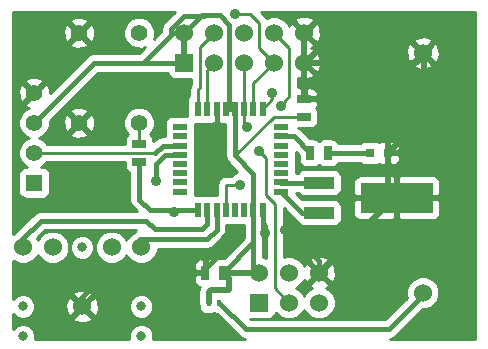
<source format=gtl>
G04 (created by PCBNEW (2013-04-19 BZR 4011)-stable) date 6/9/2013 6:15:15 PM*
%MOIN*%
G04 Gerber Fmt 3.4, Leading zero omitted, Abs format*
%FSLAX34Y34*%
G01*
G70*
G90*
G04 APERTURE LIST*
%ADD10C,0.006*%
%ADD11R,0.055X0.055*%
%ADD12C,0.055*%
%ADD13R,0.06X0.06*%
%ADD14C,0.06*%
%ADD15R,0.045X0.025*%
%ADD16R,0.025X0.045*%
%ADD17R,0.0314X0.0314*%
%ADD18R,0.099X0.04*%
%ADD19R,0.24X0.099*%
%ADD20R,0.0157X0.0236*%
%ADD21R,0.022X0.05*%
%ADD22R,0.05X0.022*%
%ADD23C,0.0314961*%
%ADD24C,0.035*%
%ADD25C,0.01*%
%ADD26C,0.015*%
%ADD27C,0.02*%
G04 APERTURE END LIST*
G54D10*
G54D11*
X72000Y-44000D03*
G54D12*
X72000Y-43000D03*
X72000Y-42000D03*
X72000Y-41000D03*
G54D13*
X77000Y-40000D03*
G54D14*
X77000Y-39000D03*
X78000Y-40000D03*
X78000Y-39000D03*
X79000Y-40000D03*
X79000Y-39000D03*
X80000Y-40000D03*
X80000Y-39000D03*
X81000Y-40000D03*
X81000Y-39000D03*
G54D13*
X79500Y-48000D03*
G54D14*
X79500Y-47000D03*
X80500Y-48000D03*
X80500Y-47000D03*
X81500Y-48000D03*
X81500Y-47000D03*
G54D15*
X75500Y-42700D03*
X75500Y-43300D03*
G54D12*
X73500Y-39000D03*
X75500Y-39000D03*
X73500Y-42000D03*
X75500Y-42000D03*
G54D16*
X81200Y-43000D03*
X81800Y-43000D03*
G54D17*
X83205Y-43000D03*
X83795Y-43000D03*
G54D18*
X81505Y-44000D03*
X81505Y-45000D03*
G54D19*
X84090Y-44500D03*
G54D16*
X78300Y-47000D03*
X77700Y-47000D03*
G54D15*
X81000Y-41800D03*
X81000Y-41200D03*
G54D14*
X84960Y-39672D03*
X84960Y-47664D03*
G54D20*
X77823Y-48000D03*
X78177Y-48000D03*
G54D21*
X77460Y-44910D03*
X77770Y-44910D03*
X78080Y-44910D03*
X78390Y-44910D03*
X78690Y-44910D03*
X79000Y-44910D03*
X79310Y-44910D03*
X79620Y-44910D03*
G54D22*
X80230Y-44300D03*
X80230Y-43990D03*
X80230Y-43680D03*
X80230Y-43370D03*
X80230Y-43070D03*
X80230Y-42760D03*
X80230Y-42450D03*
X80230Y-42140D03*
G54D21*
X79620Y-41530D03*
X79310Y-41530D03*
X79000Y-41530D03*
X78690Y-41530D03*
X78390Y-41530D03*
X78080Y-41530D03*
X77770Y-41530D03*
X77460Y-41530D03*
G54D22*
X76850Y-42140D03*
X76850Y-42450D03*
X76850Y-42760D03*
X76850Y-43070D03*
X76850Y-43370D03*
X76850Y-43680D03*
X76850Y-43990D03*
X76850Y-44300D03*
G54D14*
X71631Y-46153D03*
X72615Y-46153D03*
X74584Y-46153D03*
X75568Y-46153D03*
X73600Y-48122D03*
G54D23*
X71631Y-48122D03*
X75568Y-48122D03*
X75568Y-49106D03*
X71631Y-49106D03*
X73600Y-46153D03*
G54D24*
X78860Y-44060D03*
X80220Y-41440D03*
X78680Y-38360D03*
X79940Y-41020D03*
X76660Y-44980D03*
X79500Y-42940D03*
X79080Y-42140D03*
X76060Y-43940D03*
X77720Y-42400D03*
X80360Y-45580D03*
X78880Y-45800D03*
X79680Y-45660D03*
G54D25*
X77770Y-41530D02*
X77770Y-40230D01*
X77770Y-40230D02*
X78000Y-40000D01*
X78000Y-39000D02*
X77540Y-39460D01*
X77460Y-40900D02*
X77460Y-41530D01*
X77540Y-40820D02*
X77460Y-40900D01*
X77540Y-39460D02*
X77540Y-40820D01*
G54D26*
X80230Y-42450D02*
X80650Y-42450D01*
X80650Y-42450D02*
X81200Y-43000D01*
G54D25*
X80000Y-39000D02*
X80500Y-39500D01*
X78400Y-44900D02*
X78390Y-44910D01*
X78400Y-44060D02*
X78400Y-44900D01*
X78860Y-44060D02*
X78400Y-44060D01*
X80500Y-41120D02*
X80220Y-41440D01*
X80500Y-39500D02*
X80500Y-41120D01*
X80000Y-40000D02*
X79500Y-39500D01*
X79200Y-38360D02*
X78680Y-38360D01*
X79500Y-38660D02*
X79200Y-38360D01*
X79500Y-39500D02*
X79500Y-38660D01*
X79310Y-41530D02*
X79310Y-40690D01*
X79310Y-40690D02*
X80000Y-40000D01*
X79620Y-41530D02*
X79940Y-41210D01*
X79940Y-41210D02*
X79940Y-41020D01*
G54D26*
X76640Y-44960D02*
X76640Y-44910D01*
X76660Y-44980D02*
X76640Y-44960D01*
X75500Y-43300D02*
X75500Y-44560D01*
X75850Y-44910D02*
X76640Y-44910D01*
X76640Y-44910D02*
X77460Y-44910D01*
X75500Y-44560D02*
X75850Y-44910D01*
X75543Y-45878D02*
X77761Y-45878D01*
X78080Y-45560D02*
X78080Y-44910D01*
X77761Y-45878D02*
X78080Y-45560D01*
G54D25*
X79000Y-41530D02*
X79000Y-42060D01*
X80020Y-47520D02*
X80500Y-48000D01*
X80020Y-44700D02*
X80020Y-47520D01*
X79720Y-44400D02*
X80020Y-44700D01*
X79720Y-43160D02*
X79720Y-44400D01*
X79500Y-42940D02*
X79720Y-43160D01*
X79000Y-42060D02*
X79080Y-42140D01*
X79000Y-40000D02*
X79000Y-41530D01*
G54D26*
X76370Y-43070D02*
X76850Y-43070D01*
X76060Y-43380D02*
X76370Y-43070D01*
X76060Y-43940D02*
X76060Y-43380D01*
G54D25*
X72000Y-43000D02*
X76040Y-43000D01*
G54D26*
X76280Y-42760D02*
X76850Y-42760D01*
X76040Y-43000D02*
X76280Y-42760D01*
X80230Y-44300D02*
X80930Y-45000D01*
X80930Y-45000D02*
X81505Y-45000D01*
X80230Y-43990D02*
X80240Y-44000D01*
X80240Y-44000D02*
X81505Y-44000D01*
X77770Y-44910D02*
X77770Y-45370D01*
X72225Y-45260D02*
X71606Y-45878D01*
X75740Y-45260D02*
X72225Y-45260D01*
X76020Y-45540D02*
X75740Y-45260D01*
X77600Y-45540D02*
X76020Y-45540D01*
X77770Y-45370D02*
X77600Y-45540D01*
G54D27*
X84090Y-44500D02*
X84000Y-44500D01*
X84000Y-44500D02*
X81500Y-47000D01*
X83795Y-43000D02*
X83795Y-44205D01*
X83795Y-44205D02*
X84090Y-44500D01*
G54D26*
X78080Y-41530D02*
X78080Y-42040D01*
X78080Y-42040D02*
X77720Y-42400D01*
X73575Y-47847D02*
X74422Y-47000D01*
X74422Y-47000D02*
X77700Y-47000D01*
X81500Y-47000D02*
X81500Y-46600D01*
X81500Y-46600D02*
X80480Y-45580D01*
X80480Y-45580D02*
X80360Y-45580D01*
X77700Y-47000D02*
X77700Y-46860D01*
X77700Y-46860D02*
X78760Y-45800D01*
X78760Y-45800D02*
X78880Y-45800D01*
X79620Y-45600D02*
X79620Y-44910D01*
X79680Y-45660D02*
X79620Y-45600D01*
X81500Y-47000D02*
X82940Y-45560D01*
X82940Y-45560D02*
X85540Y-45560D01*
X85540Y-45560D02*
X86020Y-45080D01*
X86020Y-45080D02*
X86020Y-43680D01*
X86020Y-43680D02*
X85340Y-43000D01*
X85340Y-43000D02*
X83795Y-43000D01*
G54D27*
X81000Y-41200D02*
X82760Y-41200D01*
X83795Y-42235D02*
X83795Y-43000D01*
X82760Y-41200D02*
X83795Y-42235D01*
X81000Y-40000D02*
X81000Y-41200D01*
X81000Y-39000D02*
X81000Y-40000D01*
X81000Y-40000D02*
X84732Y-40000D01*
X84732Y-40000D02*
X85000Y-39732D01*
X83795Y-43000D02*
X85000Y-41795D01*
X85000Y-41795D02*
X85000Y-39732D01*
G54D25*
X75500Y-42000D02*
X75500Y-42700D01*
G54D26*
X78177Y-48000D02*
X79057Y-48880D01*
X83844Y-48880D02*
X85000Y-47724D01*
X79057Y-48880D02*
X83844Y-48880D01*
X81800Y-43000D02*
X83205Y-43000D01*
X76570Y-39070D02*
X76570Y-38870D01*
X77660Y-38440D02*
X77660Y-38420D01*
X77000Y-38440D02*
X77660Y-38440D01*
X76570Y-38870D02*
X77000Y-38440D01*
X77000Y-39000D02*
X76640Y-39000D01*
X76640Y-39000D02*
X76570Y-39070D01*
X76570Y-39070D02*
X75640Y-40000D01*
X72000Y-42000D02*
X74000Y-40000D01*
X74000Y-40000D02*
X75640Y-40000D01*
X75640Y-40000D02*
X77000Y-40000D01*
X78690Y-41530D02*
X78500Y-41340D01*
X78500Y-41340D02*
X78500Y-38740D01*
X78500Y-38740D02*
X78180Y-38420D01*
X78180Y-38420D02*
X77660Y-38420D01*
X77580Y-38420D02*
X77000Y-39000D01*
X77660Y-38420D02*
X77580Y-38420D01*
G54D27*
X77000Y-39000D02*
X77000Y-40000D01*
G54D25*
X81000Y-41800D02*
X79980Y-41800D01*
X79980Y-41800D02*
X78690Y-43090D01*
G54D26*
X78390Y-41530D02*
X78690Y-41530D01*
X79310Y-44910D02*
X79310Y-43710D01*
X78690Y-43090D02*
X78690Y-41530D01*
X79310Y-43710D02*
X78690Y-43090D01*
X78300Y-47000D02*
X79310Y-45990D01*
X79310Y-45990D02*
X79310Y-44910D01*
X79310Y-44910D02*
X79310Y-46810D01*
X79310Y-46810D02*
X79500Y-47000D01*
G54D27*
X77823Y-48000D02*
X77823Y-47637D01*
X78480Y-47180D02*
X78300Y-47000D01*
X78480Y-47560D02*
X78480Y-47180D01*
X77900Y-47560D02*
X78480Y-47560D01*
X77823Y-47637D02*
X77900Y-47560D01*
X79500Y-47000D02*
X78300Y-47000D01*
G54D10*
G36*
X76680Y-38300D02*
X76340Y-38640D01*
X76269Y-38745D01*
X76245Y-38870D01*
X76245Y-38935D01*
X75988Y-39191D01*
X76024Y-39104D01*
X76025Y-38896D01*
X75945Y-38703D01*
X75797Y-38555D01*
X75604Y-38475D01*
X75396Y-38474D01*
X75203Y-38554D01*
X75055Y-38702D01*
X74975Y-38895D01*
X74974Y-39103D01*
X75054Y-39297D01*
X75202Y-39444D01*
X75395Y-39524D01*
X75603Y-39525D01*
X75691Y-39488D01*
X75505Y-39675D01*
X74029Y-39675D01*
X74029Y-39075D01*
X74018Y-38867D01*
X73960Y-38727D01*
X73867Y-38702D01*
X73797Y-38773D01*
X73797Y-38632D01*
X73772Y-38539D01*
X73575Y-38470D01*
X73367Y-38481D01*
X73227Y-38539D01*
X73202Y-38632D01*
X73500Y-38929D01*
X73797Y-38632D01*
X73797Y-38773D01*
X73570Y-39000D01*
X73867Y-39297D01*
X73960Y-39272D01*
X74029Y-39075D01*
X74029Y-39675D01*
X74000Y-39675D01*
X73999Y-39675D01*
X73975Y-39679D01*
X73875Y-39699D01*
X73797Y-39752D01*
X73797Y-39367D01*
X73500Y-39070D01*
X73429Y-39141D01*
X73429Y-39000D01*
X73132Y-38702D01*
X73039Y-38727D01*
X72970Y-38924D01*
X72981Y-39132D01*
X73039Y-39272D01*
X73132Y-39297D01*
X73429Y-39000D01*
X73429Y-39141D01*
X73202Y-39367D01*
X73227Y-39460D01*
X73424Y-39529D01*
X73632Y-39518D01*
X73772Y-39460D01*
X73797Y-39367D01*
X73797Y-39752D01*
X73770Y-39770D01*
X73770Y-39770D01*
X72526Y-41013D01*
X72518Y-40867D01*
X72460Y-40727D01*
X72367Y-40702D01*
X72297Y-40773D01*
X72297Y-40632D01*
X72272Y-40539D01*
X72075Y-40470D01*
X71867Y-40481D01*
X71727Y-40539D01*
X71702Y-40632D01*
X72000Y-40929D01*
X72297Y-40632D01*
X72297Y-40773D01*
X72070Y-41000D01*
X72076Y-41005D01*
X72005Y-41076D01*
X72000Y-41070D01*
X71929Y-41141D01*
X71929Y-41000D01*
X71632Y-40702D01*
X71539Y-40727D01*
X71470Y-40924D01*
X71481Y-41132D01*
X71539Y-41272D01*
X71632Y-41297D01*
X71929Y-41000D01*
X71929Y-41141D01*
X71702Y-41367D01*
X71727Y-41460D01*
X71837Y-41499D01*
X71703Y-41554D01*
X71555Y-41702D01*
X71475Y-41895D01*
X71474Y-42103D01*
X71554Y-42297D01*
X71702Y-42444D01*
X71835Y-42500D01*
X71703Y-42554D01*
X71555Y-42702D01*
X71475Y-42895D01*
X71474Y-43103D01*
X71554Y-43297D01*
X71702Y-43444D01*
X71774Y-43474D01*
X71675Y-43474D01*
X71583Y-43512D01*
X71513Y-43583D01*
X71475Y-43675D01*
X71474Y-43774D01*
X71474Y-44324D01*
X71512Y-44416D01*
X71583Y-44486D01*
X71675Y-44524D01*
X71774Y-44525D01*
X72324Y-44525D01*
X72416Y-44487D01*
X72486Y-44416D01*
X72524Y-44324D01*
X72525Y-44225D01*
X72525Y-43675D01*
X72487Y-43583D01*
X72416Y-43513D01*
X72324Y-43475D01*
X72225Y-43474D01*
X72225Y-43474D01*
X72297Y-43445D01*
X72442Y-43300D01*
X75024Y-43300D01*
X75024Y-43474D01*
X75062Y-43566D01*
X75133Y-43636D01*
X75175Y-43654D01*
X75175Y-44560D01*
X75199Y-44684D01*
X75270Y-44789D01*
X75415Y-44935D01*
X72225Y-44935D01*
X72225Y-44935D01*
X72200Y-44939D01*
X72100Y-44959D01*
X71995Y-45030D01*
X71995Y-45030D01*
X71376Y-45648D01*
X71362Y-45669D01*
X71320Y-45687D01*
X71300Y-45707D01*
X71300Y-38300D01*
X76680Y-38300D01*
X76680Y-38300D01*
G37*
G54D25*
X76680Y-38300D02*
X76340Y-38640D01*
X76269Y-38745D01*
X76245Y-38870D01*
X76245Y-38935D01*
X75988Y-39191D01*
X76024Y-39104D01*
X76025Y-38896D01*
X75945Y-38703D01*
X75797Y-38555D01*
X75604Y-38475D01*
X75396Y-38474D01*
X75203Y-38554D01*
X75055Y-38702D01*
X74975Y-38895D01*
X74974Y-39103D01*
X75054Y-39297D01*
X75202Y-39444D01*
X75395Y-39524D01*
X75603Y-39525D01*
X75691Y-39488D01*
X75505Y-39675D01*
X74029Y-39675D01*
X74029Y-39075D01*
X74018Y-38867D01*
X73960Y-38727D01*
X73867Y-38702D01*
X73797Y-38773D01*
X73797Y-38632D01*
X73772Y-38539D01*
X73575Y-38470D01*
X73367Y-38481D01*
X73227Y-38539D01*
X73202Y-38632D01*
X73500Y-38929D01*
X73797Y-38632D01*
X73797Y-38773D01*
X73570Y-39000D01*
X73867Y-39297D01*
X73960Y-39272D01*
X74029Y-39075D01*
X74029Y-39675D01*
X74000Y-39675D01*
X73999Y-39675D01*
X73975Y-39679D01*
X73875Y-39699D01*
X73797Y-39752D01*
X73797Y-39367D01*
X73500Y-39070D01*
X73429Y-39141D01*
X73429Y-39000D01*
X73132Y-38702D01*
X73039Y-38727D01*
X72970Y-38924D01*
X72981Y-39132D01*
X73039Y-39272D01*
X73132Y-39297D01*
X73429Y-39000D01*
X73429Y-39141D01*
X73202Y-39367D01*
X73227Y-39460D01*
X73424Y-39529D01*
X73632Y-39518D01*
X73772Y-39460D01*
X73797Y-39367D01*
X73797Y-39752D01*
X73770Y-39770D01*
X73770Y-39770D01*
X72526Y-41013D01*
X72518Y-40867D01*
X72460Y-40727D01*
X72367Y-40702D01*
X72297Y-40773D01*
X72297Y-40632D01*
X72272Y-40539D01*
X72075Y-40470D01*
X71867Y-40481D01*
X71727Y-40539D01*
X71702Y-40632D01*
X72000Y-40929D01*
X72297Y-40632D01*
X72297Y-40773D01*
X72070Y-41000D01*
X72076Y-41005D01*
X72005Y-41076D01*
X72000Y-41070D01*
X71929Y-41141D01*
X71929Y-41000D01*
X71632Y-40702D01*
X71539Y-40727D01*
X71470Y-40924D01*
X71481Y-41132D01*
X71539Y-41272D01*
X71632Y-41297D01*
X71929Y-41000D01*
X71929Y-41141D01*
X71702Y-41367D01*
X71727Y-41460D01*
X71837Y-41499D01*
X71703Y-41554D01*
X71555Y-41702D01*
X71475Y-41895D01*
X71474Y-42103D01*
X71554Y-42297D01*
X71702Y-42444D01*
X71835Y-42500D01*
X71703Y-42554D01*
X71555Y-42702D01*
X71475Y-42895D01*
X71474Y-43103D01*
X71554Y-43297D01*
X71702Y-43444D01*
X71774Y-43474D01*
X71675Y-43474D01*
X71583Y-43512D01*
X71513Y-43583D01*
X71475Y-43675D01*
X71474Y-43774D01*
X71474Y-44324D01*
X71512Y-44416D01*
X71583Y-44486D01*
X71675Y-44524D01*
X71774Y-44525D01*
X72324Y-44525D01*
X72416Y-44487D01*
X72486Y-44416D01*
X72524Y-44324D01*
X72525Y-44225D01*
X72525Y-43675D01*
X72487Y-43583D01*
X72416Y-43513D01*
X72324Y-43475D01*
X72225Y-43474D01*
X72225Y-43474D01*
X72297Y-43445D01*
X72442Y-43300D01*
X75024Y-43300D01*
X75024Y-43474D01*
X75062Y-43566D01*
X75133Y-43636D01*
X75175Y-43654D01*
X75175Y-44560D01*
X75199Y-44684D01*
X75270Y-44789D01*
X75415Y-44935D01*
X72225Y-44935D01*
X72225Y-44935D01*
X72200Y-44939D01*
X72100Y-44959D01*
X71995Y-45030D01*
X71995Y-45030D01*
X71376Y-45648D01*
X71362Y-45669D01*
X71320Y-45687D01*
X71300Y-45707D01*
X71300Y-38300D01*
X76680Y-38300D01*
G54D10*
G36*
X77240Y-40699D02*
X77182Y-40785D01*
X77160Y-40900D01*
X77160Y-41116D01*
X77138Y-41138D01*
X77100Y-41230D01*
X77099Y-41329D01*
X77099Y-41779D01*
X77050Y-41779D01*
X76550Y-41779D01*
X76458Y-41817D01*
X76388Y-41888D01*
X76350Y-41980D01*
X76349Y-42079D01*
X76349Y-42299D01*
X76350Y-42299D01*
X76349Y-42389D01*
X76349Y-42435D01*
X76280Y-42435D01*
X76155Y-42459D01*
X76050Y-42530D01*
X76050Y-42530D01*
X75975Y-42605D01*
X75975Y-42525D01*
X75937Y-42433D01*
X75873Y-42369D01*
X75944Y-42297D01*
X76024Y-42104D01*
X76025Y-41896D01*
X75945Y-41703D01*
X75797Y-41555D01*
X75604Y-41475D01*
X75396Y-41474D01*
X75203Y-41554D01*
X75055Y-41702D01*
X74975Y-41895D01*
X74974Y-42103D01*
X75054Y-42297D01*
X75127Y-42369D01*
X75063Y-42433D01*
X75025Y-42525D01*
X75024Y-42624D01*
X75024Y-42700D01*
X74029Y-42700D01*
X74029Y-42075D01*
X74018Y-41867D01*
X73960Y-41727D01*
X73867Y-41702D01*
X73797Y-41773D01*
X73797Y-41632D01*
X73772Y-41539D01*
X73575Y-41470D01*
X73367Y-41481D01*
X73227Y-41539D01*
X73202Y-41632D01*
X73500Y-41929D01*
X73797Y-41632D01*
X73797Y-41773D01*
X73570Y-42000D01*
X73867Y-42297D01*
X73960Y-42272D01*
X74029Y-42075D01*
X74029Y-42700D01*
X73797Y-42700D01*
X73797Y-42367D01*
X73500Y-42070D01*
X73429Y-42141D01*
X73429Y-42000D01*
X73132Y-41702D01*
X73039Y-41727D01*
X72970Y-41924D01*
X72981Y-42132D01*
X73039Y-42272D01*
X73132Y-42297D01*
X73429Y-42000D01*
X73429Y-42141D01*
X73202Y-42367D01*
X73227Y-42460D01*
X73424Y-42529D01*
X73632Y-42518D01*
X73772Y-42460D01*
X73797Y-42367D01*
X73797Y-42700D01*
X72442Y-42700D01*
X72297Y-42555D01*
X72164Y-42499D01*
X72297Y-42445D01*
X72444Y-42297D01*
X72524Y-42104D01*
X72525Y-41934D01*
X74134Y-40325D01*
X75640Y-40325D01*
X76449Y-40325D01*
X76449Y-40349D01*
X76487Y-40441D01*
X76558Y-40511D01*
X76650Y-40549D01*
X76749Y-40550D01*
X77240Y-40550D01*
X77240Y-40699D01*
X77240Y-40699D01*
G37*
G54D25*
X77240Y-40699D02*
X77182Y-40785D01*
X77160Y-40900D01*
X77160Y-41116D01*
X77138Y-41138D01*
X77100Y-41230D01*
X77099Y-41329D01*
X77099Y-41779D01*
X77050Y-41779D01*
X76550Y-41779D01*
X76458Y-41817D01*
X76388Y-41888D01*
X76350Y-41980D01*
X76349Y-42079D01*
X76349Y-42299D01*
X76350Y-42299D01*
X76349Y-42389D01*
X76349Y-42435D01*
X76280Y-42435D01*
X76155Y-42459D01*
X76050Y-42530D01*
X76050Y-42530D01*
X75975Y-42605D01*
X75975Y-42525D01*
X75937Y-42433D01*
X75873Y-42369D01*
X75944Y-42297D01*
X76024Y-42104D01*
X76025Y-41896D01*
X75945Y-41703D01*
X75797Y-41555D01*
X75604Y-41475D01*
X75396Y-41474D01*
X75203Y-41554D01*
X75055Y-41702D01*
X74975Y-41895D01*
X74974Y-42103D01*
X75054Y-42297D01*
X75127Y-42369D01*
X75063Y-42433D01*
X75025Y-42525D01*
X75024Y-42624D01*
X75024Y-42700D01*
X74029Y-42700D01*
X74029Y-42075D01*
X74018Y-41867D01*
X73960Y-41727D01*
X73867Y-41702D01*
X73797Y-41773D01*
X73797Y-41632D01*
X73772Y-41539D01*
X73575Y-41470D01*
X73367Y-41481D01*
X73227Y-41539D01*
X73202Y-41632D01*
X73500Y-41929D01*
X73797Y-41632D01*
X73797Y-41773D01*
X73570Y-42000D01*
X73867Y-42297D01*
X73960Y-42272D01*
X74029Y-42075D01*
X74029Y-42700D01*
X73797Y-42700D01*
X73797Y-42367D01*
X73500Y-42070D01*
X73429Y-42141D01*
X73429Y-42000D01*
X73132Y-41702D01*
X73039Y-41727D01*
X72970Y-41924D01*
X72981Y-42132D01*
X73039Y-42272D01*
X73132Y-42297D01*
X73429Y-42000D01*
X73429Y-42141D01*
X73202Y-42367D01*
X73227Y-42460D01*
X73424Y-42529D01*
X73632Y-42518D01*
X73772Y-42460D01*
X73797Y-42367D01*
X73797Y-42700D01*
X72442Y-42700D01*
X72297Y-42555D01*
X72164Y-42499D01*
X72297Y-42445D01*
X72444Y-42297D01*
X72524Y-42104D01*
X72525Y-41934D01*
X74134Y-40325D01*
X75640Y-40325D01*
X76449Y-40325D01*
X76449Y-40349D01*
X76487Y-40441D01*
X76558Y-40511D01*
X76650Y-40549D01*
X76749Y-40550D01*
X77240Y-40550D01*
X77240Y-40699D01*
G54D10*
G36*
X78775Y-43635D02*
X78619Y-43699D01*
X78558Y-43760D01*
X78400Y-43760D01*
X78285Y-43782D01*
X78187Y-43847D01*
X78122Y-43945D01*
X78100Y-44060D01*
X78100Y-44409D01*
X77920Y-44409D01*
X77920Y-44410D01*
X77830Y-44409D01*
X77610Y-44409D01*
X77610Y-44410D01*
X77520Y-44409D01*
X77350Y-44409D01*
X77350Y-44360D01*
X77350Y-44140D01*
X77349Y-44140D01*
X77350Y-44050D01*
X77350Y-43830D01*
X77349Y-43830D01*
X77350Y-43740D01*
X77350Y-43520D01*
X77349Y-43520D01*
X77350Y-43430D01*
X77350Y-43210D01*
X77349Y-43210D01*
X77350Y-43130D01*
X77350Y-42910D01*
X77349Y-42910D01*
X77350Y-42820D01*
X77350Y-42600D01*
X77349Y-42600D01*
X77350Y-42510D01*
X77350Y-42290D01*
X77349Y-42290D01*
X77350Y-42200D01*
X77350Y-42030D01*
X77399Y-42030D01*
X77619Y-42030D01*
X77619Y-42029D01*
X77709Y-42030D01*
X77929Y-42030D01*
X77929Y-42029D01*
X77967Y-42029D01*
X77994Y-42003D01*
X78021Y-41992D01*
X78080Y-41933D01*
X78138Y-41991D01*
X78165Y-42003D01*
X78192Y-42029D01*
X78235Y-42029D01*
X78329Y-42030D01*
X78365Y-42030D01*
X78365Y-43090D01*
X78389Y-43214D01*
X78460Y-43319D01*
X78775Y-43635D01*
X78775Y-43635D01*
G37*
G54D25*
X78775Y-43635D02*
X78619Y-43699D01*
X78558Y-43760D01*
X78400Y-43760D01*
X78285Y-43782D01*
X78187Y-43847D01*
X78122Y-43945D01*
X78100Y-44060D01*
X78100Y-44409D01*
X77920Y-44409D01*
X77920Y-44410D01*
X77830Y-44409D01*
X77610Y-44409D01*
X77610Y-44410D01*
X77520Y-44409D01*
X77350Y-44409D01*
X77350Y-44360D01*
X77350Y-44140D01*
X77349Y-44140D01*
X77350Y-44050D01*
X77350Y-43830D01*
X77349Y-43830D01*
X77350Y-43740D01*
X77350Y-43520D01*
X77349Y-43520D01*
X77350Y-43430D01*
X77350Y-43210D01*
X77349Y-43210D01*
X77350Y-43130D01*
X77350Y-42910D01*
X77349Y-42910D01*
X77350Y-42820D01*
X77350Y-42600D01*
X77349Y-42600D01*
X77350Y-42510D01*
X77350Y-42290D01*
X77349Y-42290D01*
X77350Y-42200D01*
X77350Y-42030D01*
X77399Y-42030D01*
X77619Y-42030D01*
X77619Y-42029D01*
X77709Y-42030D01*
X77929Y-42030D01*
X77929Y-42029D01*
X77967Y-42029D01*
X77994Y-42003D01*
X78021Y-41992D01*
X78080Y-41933D01*
X78138Y-41991D01*
X78165Y-42003D01*
X78192Y-42029D01*
X78235Y-42029D01*
X78329Y-42030D01*
X78365Y-42030D01*
X78365Y-43090D01*
X78389Y-43214D01*
X78460Y-43319D01*
X78775Y-43635D01*
G54D10*
G36*
X79031Y-49200D02*
X75970Y-49200D01*
X75975Y-49187D01*
X75976Y-49025D01*
X75976Y-48041D01*
X75914Y-47891D01*
X75799Y-47776D01*
X75649Y-47714D01*
X75487Y-47714D01*
X75337Y-47776D01*
X75223Y-47890D01*
X75161Y-48040D01*
X75160Y-48202D01*
X75222Y-48352D01*
X75337Y-48467D01*
X75487Y-48529D01*
X75649Y-48529D01*
X75799Y-48467D01*
X75913Y-48353D01*
X75975Y-48203D01*
X75976Y-48041D01*
X75976Y-49025D01*
X75914Y-48875D01*
X75799Y-48761D01*
X75649Y-48698D01*
X75487Y-48698D01*
X75337Y-48760D01*
X75223Y-48875D01*
X75161Y-49024D01*
X75160Y-49186D01*
X75166Y-49200D01*
X74154Y-49200D01*
X74154Y-48203D01*
X74143Y-47985D01*
X74081Y-47834D01*
X74007Y-47813D01*
X74007Y-46072D01*
X73945Y-45923D01*
X73831Y-45808D01*
X73681Y-45746D01*
X73519Y-45745D01*
X73369Y-45807D01*
X73254Y-45922D01*
X73192Y-46072D01*
X73192Y-46234D01*
X73254Y-46384D01*
X73368Y-46498D01*
X73518Y-46560D01*
X73680Y-46561D01*
X73830Y-46499D01*
X73945Y-46384D01*
X74007Y-46234D01*
X74007Y-46072D01*
X74007Y-47813D01*
X73985Y-47806D01*
X73915Y-47877D01*
X73915Y-47736D01*
X73887Y-47640D01*
X73681Y-47567D01*
X73463Y-47578D01*
X73312Y-47640D01*
X73284Y-47736D01*
X73600Y-48051D01*
X73915Y-47736D01*
X73915Y-47877D01*
X73670Y-48122D01*
X73985Y-48437D01*
X74081Y-48409D01*
X74154Y-48203D01*
X74154Y-49200D01*
X73915Y-49200D01*
X73915Y-48507D01*
X73600Y-48192D01*
X73529Y-48263D01*
X73529Y-48122D01*
X73214Y-47806D01*
X73118Y-47834D01*
X73045Y-48040D01*
X73056Y-48258D01*
X73118Y-48409D01*
X73214Y-48437D01*
X73529Y-48122D01*
X73529Y-48263D01*
X73284Y-48507D01*
X73312Y-48603D01*
X73518Y-48676D01*
X73736Y-48665D01*
X73887Y-48603D01*
X73915Y-48507D01*
X73915Y-49200D01*
X72033Y-49200D01*
X72038Y-49187D01*
X72039Y-49025D01*
X71977Y-48875D01*
X71862Y-48761D01*
X71712Y-48698D01*
X71550Y-48698D01*
X71400Y-48760D01*
X71300Y-48861D01*
X71300Y-48366D01*
X71400Y-48467D01*
X71550Y-48529D01*
X71712Y-48529D01*
X71862Y-48467D01*
X71976Y-48353D01*
X72038Y-48203D01*
X72039Y-48041D01*
X71977Y-47891D01*
X71862Y-47776D01*
X71712Y-47714D01*
X71550Y-47714D01*
X71400Y-47776D01*
X71300Y-47877D01*
X71300Y-46599D01*
X71319Y-46619D01*
X71521Y-46703D01*
X71740Y-46703D01*
X71942Y-46620D01*
X72097Y-46465D01*
X72123Y-46402D01*
X72149Y-46464D01*
X72303Y-46619D01*
X72505Y-46703D01*
X72724Y-46703D01*
X72926Y-46620D01*
X73081Y-46465D01*
X73165Y-46263D01*
X73165Y-46044D01*
X73082Y-45842D01*
X72927Y-45687D01*
X72725Y-45603D01*
X72506Y-45603D01*
X72304Y-45687D01*
X72149Y-45841D01*
X72123Y-45904D01*
X72099Y-45845D01*
X72359Y-45585D01*
X75409Y-45585D01*
X75313Y-45648D01*
X75299Y-45669D01*
X75257Y-45687D01*
X75102Y-45841D01*
X75076Y-45904D01*
X75050Y-45842D01*
X74896Y-45687D01*
X74694Y-45603D01*
X74475Y-45603D01*
X74273Y-45687D01*
X74118Y-45841D01*
X74034Y-46043D01*
X74034Y-46262D01*
X74117Y-46464D01*
X74272Y-46619D01*
X74474Y-46703D01*
X74693Y-46703D01*
X74895Y-46620D01*
X75050Y-46465D01*
X75076Y-46402D01*
X75101Y-46464D01*
X75256Y-46619D01*
X75458Y-46703D01*
X75677Y-46703D01*
X75879Y-46620D01*
X76034Y-46465D01*
X76118Y-46263D01*
X76118Y-46203D01*
X77761Y-46203D01*
X77885Y-46178D01*
X77885Y-46178D01*
X77991Y-46108D01*
X78309Y-45789D01*
X78380Y-45684D01*
X78380Y-45684D01*
X78405Y-45560D01*
X78405Y-45410D01*
X78549Y-45410D01*
X78549Y-45409D01*
X78629Y-45410D01*
X78849Y-45410D01*
X78849Y-45409D01*
X78939Y-45410D01*
X78985Y-45410D01*
X78985Y-45855D01*
X78315Y-46524D01*
X78125Y-46524D01*
X78033Y-46562D01*
X78000Y-46596D01*
X77966Y-46562D01*
X77874Y-46524D01*
X77812Y-46525D01*
X77750Y-46587D01*
X77750Y-46950D01*
X77757Y-46950D01*
X77757Y-47050D01*
X77750Y-47050D01*
X77750Y-47057D01*
X77650Y-47057D01*
X77650Y-47050D01*
X77650Y-46950D01*
X77650Y-46587D01*
X77587Y-46525D01*
X77525Y-46524D01*
X77433Y-46562D01*
X77363Y-46633D01*
X77325Y-46725D01*
X77324Y-46824D01*
X77325Y-46887D01*
X77387Y-46950D01*
X77650Y-46950D01*
X77650Y-47050D01*
X77387Y-47050D01*
X77325Y-47112D01*
X77324Y-47175D01*
X77325Y-47274D01*
X77363Y-47366D01*
X77433Y-47437D01*
X77519Y-47472D01*
X77499Y-47503D01*
X77473Y-47637D01*
X77473Y-48000D01*
X77494Y-48107D01*
X77494Y-48167D01*
X77532Y-48259D01*
X77602Y-48329D01*
X77694Y-48367D01*
X77794Y-48368D01*
X77951Y-48368D01*
X78000Y-48347D01*
X78048Y-48367D01*
X78085Y-48367D01*
X78827Y-49109D01*
X78932Y-49180D01*
X78932Y-49180D01*
X79031Y-49200D01*
X79031Y-49200D01*
G37*
G54D25*
X79031Y-49200D02*
X75970Y-49200D01*
X75975Y-49187D01*
X75976Y-49025D01*
X75976Y-48041D01*
X75914Y-47891D01*
X75799Y-47776D01*
X75649Y-47714D01*
X75487Y-47714D01*
X75337Y-47776D01*
X75223Y-47890D01*
X75161Y-48040D01*
X75160Y-48202D01*
X75222Y-48352D01*
X75337Y-48467D01*
X75487Y-48529D01*
X75649Y-48529D01*
X75799Y-48467D01*
X75913Y-48353D01*
X75975Y-48203D01*
X75976Y-48041D01*
X75976Y-49025D01*
X75914Y-48875D01*
X75799Y-48761D01*
X75649Y-48698D01*
X75487Y-48698D01*
X75337Y-48760D01*
X75223Y-48875D01*
X75161Y-49024D01*
X75160Y-49186D01*
X75166Y-49200D01*
X74154Y-49200D01*
X74154Y-48203D01*
X74143Y-47985D01*
X74081Y-47834D01*
X74007Y-47813D01*
X74007Y-46072D01*
X73945Y-45923D01*
X73831Y-45808D01*
X73681Y-45746D01*
X73519Y-45745D01*
X73369Y-45807D01*
X73254Y-45922D01*
X73192Y-46072D01*
X73192Y-46234D01*
X73254Y-46384D01*
X73368Y-46498D01*
X73518Y-46560D01*
X73680Y-46561D01*
X73830Y-46499D01*
X73945Y-46384D01*
X74007Y-46234D01*
X74007Y-46072D01*
X74007Y-47813D01*
X73985Y-47806D01*
X73915Y-47877D01*
X73915Y-47736D01*
X73887Y-47640D01*
X73681Y-47567D01*
X73463Y-47578D01*
X73312Y-47640D01*
X73284Y-47736D01*
X73600Y-48051D01*
X73915Y-47736D01*
X73915Y-47877D01*
X73670Y-48122D01*
X73985Y-48437D01*
X74081Y-48409D01*
X74154Y-48203D01*
X74154Y-49200D01*
X73915Y-49200D01*
X73915Y-48507D01*
X73600Y-48192D01*
X73529Y-48263D01*
X73529Y-48122D01*
X73214Y-47806D01*
X73118Y-47834D01*
X73045Y-48040D01*
X73056Y-48258D01*
X73118Y-48409D01*
X73214Y-48437D01*
X73529Y-48122D01*
X73529Y-48263D01*
X73284Y-48507D01*
X73312Y-48603D01*
X73518Y-48676D01*
X73736Y-48665D01*
X73887Y-48603D01*
X73915Y-48507D01*
X73915Y-49200D01*
X72033Y-49200D01*
X72038Y-49187D01*
X72039Y-49025D01*
X71977Y-48875D01*
X71862Y-48761D01*
X71712Y-48698D01*
X71550Y-48698D01*
X71400Y-48760D01*
X71300Y-48861D01*
X71300Y-48366D01*
X71400Y-48467D01*
X71550Y-48529D01*
X71712Y-48529D01*
X71862Y-48467D01*
X71976Y-48353D01*
X72038Y-48203D01*
X72039Y-48041D01*
X71977Y-47891D01*
X71862Y-47776D01*
X71712Y-47714D01*
X71550Y-47714D01*
X71400Y-47776D01*
X71300Y-47877D01*
X71300Y-46599D01*
X71319Y-46619D01*
X71521Y-46703D01*
X71740Y-46703D01*
X71942Y-46620D01*
X72097Y-46465D01*
X72123Y-46402D01*
X72149Y-46464D01*
X72303Y-46619D01*
X72505Y-46703D01*
X72724Y-46703D01*
X72926Y-46620D01*
X73081Y-46465D01*
X73165Y-46263D01*
X73165Y-46044D01*
X73082Y-45842D01*
X72927Y-45687D01*
X72725Y-45603D01*
X72506Y-45603D01*
X72304Y-45687D01*
X72149Y-45841D01*
X72123Y-45904D01*
X72099Y-45845D01*
X72359Y-45585D01*
X75409Y-45585D01*
X75313Y-45648D01*
X75299Y-45669D01*
X75257Y-45687D01*
X75102Y-45841D01*
X75076Y-45904D01*
X75050Y-45842D01*
X74896Y-45687D01*
X74694Y-45603D01*
X74475Y-45603D01*
X74273Y-45687D01*
X74118Y-45841D01*
X74034Y-46043D01*
X74034Y-46262D01*
X74117Y-46464D01*
X74272Y-46619D01*
X74474Y-46703D01*
X74693Y-46703D01*
X74895Y-46620D01*
X75050Y-46465D01*
X75076Y-46402D01*
X75101Y-46464D01*
X75256Y-46619D01*
X75458Y-46703D01*
X75677Y-46703D01*
X75879Y-46620D01*
X76034Y-46465D01*
X76118Y-46263D01*
X76118Y-46203D01*
X77761Y-46203D01*
X77885Y-46178D01*
X77885Y-46178D01*
X77991Y-46108D01*
X78309Y-45789D01*
X78380Y-45684D01*
X78380Y-45684D01*
X78405Y-45560D01*
X78405Y-45410D01*
X78549Y-45410D01*
X78549Y-45409D01*
X78629Y-45410D01*
X78849Y-45410D01*
X78849Y-45409D01*
X78939Y-45410D01*
X78985Y-45410D01*
X78985Y-45855D01*
X78315Y-46524D01*
X78125Y-46524D01*
X78033Y-46562D01*
X78000Y-46596D01*
X77966Y-46562D01*
X77874Y-46524D01*
X77812Y-46525D01*
X77750Y-46587D01*
X77750Y-46950D01*
X77757Y-46950D01*
X77757Y-47050D01*
X77750Y-47050D01*
X77750Y-47057D01*
X77650Y-47057D01*
X77650Y-47050D01*
X77650Y-46950D01*
X77650Y-46587D01*
X77587Y-46525D01*
X77525Y-46524D01*
X77433Y-46562D01*
X77363Y-46633D01*
X77325Y-46725D01*
X77324Y-46824D01*
X77325Y-46887D01*
X77387Y-46950D01*
X77650Y-46950D01*
X77650Y-47050D01*
X77387Y-47050D01*
X77325Y-47112D01*
X77324Y-47175D01*
X77325Y-47274D01*
X77363Y-47366D01*
X77433Y-47437D01*
X77519Y-47472D01*
X77499Y-47503D01*
X77473Y-47637D01*
X77473Y-48000D01*
X77494Y-48107D01*
X77494Y-48167D01*
X77532Y-48259D01*
X77602Y-48329D01*
X77694Y-48367D01*
X77794Y-48368D01*
X77951Y-48368D01*
X78000Y-48347D01*
X78048Y-48367D01*
X78085Y-48367D01*
X78827Y-49109D01*
X78932Y-49180D01*
X78932Y-49180D01*
X79031Y-49200D01*
G54D10*
G36*
X79732Y-45410D02*
X79720Y-45410D01*
X79720Y-46495D01*
X79635Y-46460D01*
X79635Y-45990D01*
X79635Y-45410D01*
X79670Y-45410D01*
X79670Y-45347D01*
X79720Y-45397D01*
X79720Y-45410D01*
X79732Y-45409D01*
X79732Y-45410D01*
X79732Y-45410D01*
G37*
G54D25*
X79732Y-45410D02*
X79720Y-45410D01*
X79720Y-46495D01*
X79635Y-46460D01*
X79635Y-45990D01*
X79635Y-45410D01*
X79670Y-45410D01*
X79670Y-45347D01*
X79720Y-45397D01*
X79720Y-45410D01*
X79732Y-45409D01*
X79732Y-45410D01*
G54D10*
G36*
X86700Y-49200D02*
X85540Y-49200D01*
X85540Y-44945D01*
X85540Y-44054D01*
X85539Y-43955D01*
X85514Y-43894D01*
X85514Y-39754D01*
X85503Y-39535D01*
X85441Y-39384D01*
X85345Y-39357D01*
X85275Y-39427D01*
X85275Y-39286D01*
X85247Y-39191D01*
X85041Y-39117D01*
X84823Y-39128D01*
X84672Y-39191D01*
X84644Y-39286D01*
X84960Y-39601D01*
X85275Y-39286D01*
X85275Y-39427D01*
X85030Y-39672D01*
X85345Y-39987D01*
X85441Y-39960D01*
X85514Y-39754D01*
X85514Y-43894D01*
X85501Y-43863D01*
X85431Y-43792D01*
X85339Y-43754D01*
X85275Y-43754D01*
X85275Y-40058D01*
X84960Y-39742D01*
X84889Y-39813D01*
X84889Y-39672D01*
X84574Y-39357D01*
X84478Y-39384D01*
X84405Y-39590D01*
X84416Y-39809D01*
X84478Y-39960D01*
X84574Y-39987D01*
X84889Y-39672D01*
X84889Y-39813D01*
X84644Y-40058D01*
X84672Y-40153D01*
X84878Y-40227D01*
X85096Y-40216D01*
X85247Y-40153D01*
X85275Y-40058D01*
X85275Y-43754D01*
X84202Y-43755D01*
X84202Y-43755D01*
X84202Y-43107D01*
X84202Y-42892D01*
X84201Y-42793D01*
X84163Y-42701D01*
X84093Y-42630D01*
X84001Y-42592D01*
X83907Y-42593D01*
X83845Y-42655D01*
X83845Y-42950D01*
X84139Y-42950D01*
X84202Y-42887D01*
X84202Y-42892D01*
X84202Y-43107D01*
X84202Y-43112D01*
X84139Y-43050D01*
X83845Y-43050D01*
X83845Y-43344D01*
X83907Y-43407D01*
X84001Y-43407D01*
X84093Y-43369D01*
X84163Y-43298D01*
X84201Y-43206D01*
X84202Y-43107D01*
X84202Y-43755D01*
X84140Y-43817D01*
X84140Y-44450D01*
X85477Y-44450D01*
X85540Y-44387D01*
X85540Y-44054D01*
X85540Y-44945D01*
X85540Y-44612D01*
X85477Y-44550D01*
X84140Y-44550D01*
X84140Y-45182D01*
X84202Y-45245D01*
X85339Y-45245D01*
X85431Y-45207D01*
X85501Y-45136D01*
X85539Y-45044D01*
X85540Y-44945D01*
X85540Y-49200D01*
X83869Y-49200D01*
X83968Y-49180D01*
X83968Y-49180D01*
X84074Y-49109D01*
X84969Y-48214D01*
X85068Y-48214D01*
X85271Y-48130D01*
X85425Y-47976D01*
X85509Y-47774D01*
X85510Y-47555D01*
X85426Y-47353D01*
X85271Y-47198D01*
X85069Y-47114D01*
X84851Y-47114D01*
X84648Y-47197D01*
X84494Y-47352D01*
X84410Y-47554D01*
X84409Y-47773D01*
X84433Y-47831D01*
X84040Y-48224D01*
X84040Y-45182D01*
X84040Y-44550D01*
X84040Y-44450D01*
X84040Y-43817D01*
X83977Y-43755D01*
X82840Y-43754D01*
X82748Y-43792D01*
X82678Y-43863D01*
X82640Y-43955D01*
X82639Y-44054D01*
X82640Y-44387D01*
X82702Y-44450D01*
X84040Y-44450D01*
X84040Y-44550D01*
X82702Y-44550D01*
X82640Y-44612D01*
X82639Y-44945D01*
X82640Y-45044D01*
X82678Y-45136D01*
X82748Y-45207D01*
X82840Y-45245D01*
X83977Y-45245D01*
X84040Y-45182D01*
X84040Y-48224D01*
X83709Y-48555D01*
X82054Y-48555D01*
X82054Y-47081D01*
X82043Y-46863D01*
X81981Y-46712D01*
X81885Y-46684D01*
X81815Y-46755D01*
X81815Y-46614D01*
X81787Y-46518D01*
X81581Y-46445D01*
X81363Y-46456D01*
X81212Y-46518D01*
X81184Y-46614D01*
X81500Y-46929D01*
X81815Y-46614D01*
X81815Y-46755D01*
X81570Y-47000D01*
X81885Y-47315D01*
X81981Y-47287D01*
X82054Y-47081D01*
X82054Y-48555D01*
X79191Y-48555D01*
X79186Y-48549D01*
X79249Y-48550D01*
X79849Y-48550D01*
X79941Y-48512D01*
X80011Y-48441D01*
X80049Y-48349D01*
X80049Y-48327D01*
X80188Y-48465D01*
X80390Y-48549D01*
X80608Y-48550D01*
X80811Y-48466D01*
X80965Y-48311D01*
X80999Y-48230D01*
X81033Y-48311D01*
X81188Y-48465D01*
X81390Y-48549D01*
X81608Y-48550D01*
X81811Y-48466D01*
X81965Y-48311D01*
X82049Y-48109D01*
X82050Y-47891D01*
X81966Y-47688D01*
X81811Y-47534D01*
X81736Y-47502D01*
X81787Y-47481D01*
X81815Y-47385D01*
X81500Y-47070D01*
X81184Y-47385D01*
X81212Y-47481D01*
X81267Y-47500D01*
X81188Y-47533D01*
X81034Y-47688D01*
X81000Y-47769D01*
X80966Y-47688D01*
X80811Y-47534D01*
X80730Y-47500D01*
X80811Y-47466D01*
X80965Y-47311D01*
X80997Y-47236D01*
X81018Y-47287D01*
X81114Y-47315D01*
X81429Y-47000D01*
X81114Y-46684D01*
X81018Y-46712D01*
X80999Y-46767D01*
X80966Y-46688D01*
X80811Y-46534D01*
X80609Y-46450D01*
X80391Y-46449D01*
X80320Y-46479D01*
X80320Y-44849D01*
X80700Y-45229D01*
X80700Y-45229D01*
X80771Y-45277D01*
X80797Y-45341D01*
X80868Y-45411D01*
X80960Y-45449D01*
X81059Y-45450D01*
X82049Y-45450D01*
X82141Y-45412D01*
X82211Y-45341D01*
X82249Y-45249D01*
X82250Y-45150D01*
X82250Y-44750D01*
X82212Y-44658D01*
X82141Y-44588D01*
X82049Y-44550D01*
X81950Y-44549D01*
X80960Y-44549D01*
X80945Y-44556D01*
X80730Y-44340D01*
X80730Y-44325D01*
X80791Y-44325D01*
X80797Y-44341D01*
X80868Y-44411D01*
X80960Y-44449D01*
X81059Y-44450D01*
X82049Y-44450D01*
X82141Y-44412D01*
X82211Y-44341D01*
X82249Y-44249D01*
X82250Y-44150D01*
X82250Y-43750D01*
X82212Y-43658D01*
X82141Y-43588D01*
X82049Y-43550D01*
X81950Y-43549D01*
X80960Y-43549D01*
X80868Y-43587D01*
X80798Y-43658D01*
X80791Y-43675D01*
X80730Y-43675D01*
X80730Y-43520D01*
X80729Y-43520D01*
X80730Y-43430D01*
X80730Y-43210D01*
X80729Y-43210D01*
X80730Y-43130D01*
X80730Y-42989D01*
X80824Y-43084D01*
X80824Y-43274D01*
X80862Y-43366D01*
X80933Y-43436D01*
X81025Y-43474D01*
X81124Y-43475D01*
X81374Y-43475D01*
X81466Y-43437D01*
X81499Y-43403D01*
X81533Y-43436D01*
X81625Y-43474D01*
X81724Y-43475D01*
X81974Y-43475D01*
X82066Y-43437D01*
X82136Y-43366D01*
X82154Y-43325D01*
X82862Y-43325D01*
X82906Y-43368D01*
X82998Y-43406D01*
X83097Y-43407D01*
X83411Y-43407D01*
X83500Y-43370D01*
X83588Y-43407D01*
X83682Y-43407D01*
X83745Y-43344D01*
X83745Y-43050D01*
X83737Y-43050D01*
X83737Y-42950D01*
X83745Y-42950D01*
X83745Y-42655D01*
X83682Y-42593D01*
X83588Y-42592D01*
X83499Y-42629D01*
X83411Y-42593D01*
X83312Y-42592D01*
X82998Y-42592D01*
X82906Y-42630D01*
X82862Y-42675D01*
X82154Y-42675D01*
X82137Y-42633D01*
X82066Y-42563D01*
X81974Y-42525D01*
X81875Y-42524D01*
X81625Y-42524D01*
X81554Y-42554D01*
X81554Y-40081D01*
X81554Y-39081D01*
X81543Y-38863D01*
X81481Y-38712D01*
X81385Y-38684D01*
X81315Y-38755D01*
X81315Y-38614D01*
X81287Y-38518D01*
X81081Y-38445D01*
X80863Y-38456D01*
X80712Y-38518D01*
X80684Y-38614D01*
X81000Y-38929D01*
X81315Y-38614D01*
X81315Y-38755D01*
X81070Y-39000D01*
X81385Y-39315D01*
X81481Y-39287D01*
X81554Y-39081D01*
X81554Y-40081D01*
X81543Y-39863D01*
X81481Y-39712D01*
X81385Y-39684D01*
X81070Y-40000D01*
X81385Y-40315D01*
X81481Y-40287D01*
X81554Y-40081D01*
X81554Y-42554D01*
X81533Y-42562D01*
X81500Y-42596D01*
X81466Y-42563D01*
X81374Y-42525D01*
X81275Y-42524D01*
X81184Y-42524D01*
X80879Y-42220D01*
X80812Y-42175D01*
X80824Y-42175D01*
X81274Y-42175D01*
X81366Y-42137D01*
X81436Y-42066D01*
X81474Y-41974D01*
X81475Y-41875D01*
X81475Y-41625D01*
X81437Y-41533D01*
X81403Y-41500D01*
X81437Y-41466D01*
X81475Y-41374D01*
X81475Y-41025D01*
X81437Y-40933D01*
X81366Y-40863D01*
X81274Y-40825D01*
X81175Y-40824D01*
X81112Y-40825D01*
X81050Y-40887D01*
X81050Y-41150D01*
X81412Y-41150D01*
X81475Y-41087D01*
X81475Y-41025D01*
X81475Y-41374D01*
X81475Y-41312D01*
X81412Y-41250D01*
X81050Y-41250D01*
X81050Y-41257D01*
X80950Y-41257D01*
X80950Y-41250D01*
X80942Y-41250D01*
X80942Y-41150D01*
X80950Y-41150D01*
X80950Y-40887D01*
X80887Y-40825D01*
X80824Y-40824D01*
X80800Y-40824D01*
X80800Y-40512D01*
X80918Y-40554D01*
X81136Y-40543D01*
X81287Y-40481D01*
X81315Y-40385D01*
X81000Y-40070D01*
X80994Y-40076D01*
X80923Y-40005D01*
X80929Y-40000D01*
X80923Y-39994D01*
X80994Y-39923D01*
X81000Y-39929D01*
X81315Y-39614D01*
X81287Y-39518D01*
X81239Y-39501D01*
X81287Y-39481D01*
X81315Y-39385D01*
X81000Y-39070D01*
X80994Y-39076D01*
X80923Y-39005D01*
X80929Y-39000D01*
X80614Y-38684D01*
X80518Y-38712D01*
X80499Y-38767D01*
X80466Y-38688D01*
X80311Y-38534D01*
X80109Y-38450D01*
X79891Y-38449D01*
X79751Y-38507D01*
X79712Y-38447D01*
X79712Y-38447D01*
X79564Y-38300D01*
X86700Y-38300D01*
X86700Y-49200D01*
X86700Y-49200D01*
G37*
G54D25*
X86700Y-49200D02*
X85540Y-49200D01*
X85540Y-44945D01*
X85540Y-44054D01*
X85539Y-43955D01*
X85514Y-43894D01*
X85514Y-39754D01*
X85503Y-39535D01*
X85441Y-39384D01*
X85345Y-39357D01*
X85275Y-39427D01*
X85275Y-39286D01*
X85247Y-39191D01*
X85041Y-39117D01*
X84823Y-39128D01*
X84672Y-39191D01*
X84644Y-39286D01*
X84960Y-39601D01*
X85275Y-39286D01*
X85275Y-39427D01*
X85030Y-39672D01*
X85345Y-39987D01*
X85441Y-39960D01*
X85514Y-39754D01*
X85514Y-43894D01*
X85501Y-43863D01*
X85431Y-43792D01*
X85339Y-43754D01*
X85275Y-43754D01*
X85275Y-40058D01*
X84960Y-39742D01*
X84889Y-39813D01*
X84889Y-39672D01*
X84574Y-39357D01*
X84478Y-39384D01*
X84405Y-39590D01*
X84416Y-39809D01*
X84478Y-39960D01*
X84574Y-39987D01*
X84889Y-39672D01*
X84889Y-39813D01*
X84644Y-40058D01*
X84672Y-40153D01*
X84878Y-40227D01*
X85096Y-40216D01*
X85247Y-40153D01*
X85275Y-40058D01*
X85275Y-43754D01*
X84202Y-43755D01*
X84202Y-43755D01*
X84202Y-43107D01*
X84202Y-42892D01*
X84201Y-42793D01*
X84163Y-42701D01*
X84093Y-42630D01*
X84001Y-42592D01*
X83907Y-42593D01*
X83845Y-42655D01*
X83845Y-42950D01*
X84139Y-42950D01*
X84202Y-42887D01*
X84202Y-42892D01*
X84202Y-43107D01*
X84202Y-43112D01*
X84139Y-43050D01*
X83845Y-43050D01*
X83845Y-43344D01*
X83907Y-43407D01*
X84001Y-43407D01*
X84093Y-43369D01*
X84163Y-43298D01*
X84201Y-43206D01*
X84202Y-43107D01*
X84202Y-43755D01*
X84140Y-43817D01*
X84140Y-44450D01*
X85477Y-44450D01*
X85540Y-44387D01*
X85540Y-44054D01*
X85540Y-44945D01*
X85540Y-44612D01*
X85477Y-44550D01*
X84140Y-44550D01*
X84140Y-45182D01*
X84202Y-45245D01*
X85339Y-45245D01*
X85431Y-45207D01*
X85501Y-45136D01*
X85539Y-45044D01*
X85540Y-44945D01*
X85540Y-49200D01*
X83869Y-49200D01*
X83968Y-49180D01*
X83968Y-49180D01*
X84074Y-49109D01*
X84969Y-48214D01*
X85068Y-48214D01*
X85271Y-48130D01*
X85425Y-47976D01*
X85509Y-47774D01*
X85510Y-47555D01*
X85426Y-47353D01*
X85271Y-47198D01*
X85069Y-47114D01*
X84851Y-47114D01*
X84648Y-47197D01*
X84494Y-47352D01*
X84410Y-47554D01*
X84409Y-47773D01*
X84433Y-47831D01*
X84040Y-48224D01*
X84040Y-45182D01*
X84040Y-44550D01*
X84040Y-44450D01*
X84040Y-43817D01*
X83977Y-43755D01*
X82840Y-43754D01*
X82748Y-43792D01*
X82678Y-43863D01*
X82640Y-43955D01*
X82639Y-44054D01*
X82640Y-44387D01*
X82702Y-44450D01*
X84040Y-44450D01*
X84040Y-44550D01*
X82702Y-44550D01*
X82640Y-44612D01*
X82639Y-44945D01*
X82640Y-45044D01*
X82678Y-45136D01*
X82748Y-45207D01*
X82840Y-45245D01*
X83977Y-45245D01*
X84040Y-45182D01*
X84040Y-48224D01*
X83709Y-48555D01*
X82054Y-48555D01*
X82054Y-47081D01*
X82043Y-46863D01*
X81981Y-46712D01*
X81885Y-46684D01*
X81815Y-46755D01*
X81815Y-46614D01*
X81787Y-46518D01*
X81581Y-46445D01*
X81363Y-46456D01*
X81212Y-46518D01*
X81184Y-46614D01*
X81500Y-46929D01*
X81815Y-46614D01*
X81815Y-46755D01*
X81570Y-47000D01*
X81885Y-47315D01*
X81981Y-47287D01*
X82054Y-47081D01*
X82054Y-48555D01*
X79191Y-48555D01*
X79186Y-48549D01*
X79249Y-48550D01*
X79849Y-48550D01*
X79941Y-48512D01*
X80011Y-48441D01*
X80049Y-48349D01*
X80049Y-48327D01*
X80188Y-48465D01*
X80390Y-48549D01*
X80608Y-48550D01*
X80811Y-48466D01*
X80965Y-48311D01*
X80999Y-48230D01*
X81033Y-48311D01*
X81188Y-48465D01*
X81390Y-48549D01*
X81608Y-48550D01*
X81811Y-48466D01*
X81965Y-48311D01*
X82049Y-48109D01*
X82050Y-47891D01*
X81966Y-47688D01*
X81811Y-47534D01*
X81736Y-47502D01*
X81787Y-47481D01*
X81815Y-47385D01*
X81500Y-47070D01*
X81184Y-47385D01*
X81212Y-47481D01*
X81267Y-47500D01*
X81188Y-47533D01*
X81034Y-47688D01*
X81000Y-47769D01*
X80966Y-47688D01*
X80811Y-47534D01*
X80730Y-47500D01*
X80811Y-47466D01*
X80965Y-47311D01*
X80997Y-47236D01*
X81018Y-47287D01*
X81114Y-47315D01*
X81429Y-47000D01*
X81114Y-46684D01*
X81018Y-46712D01*
X80999Y-46767D01*
X80966Y-46688D01*
X80811Y-46534D01*
X80609Y-46450D01*
X80391Y-46449D01*
X80320Y-46479D01*
X80320Y-44849D01*
X80700Y-45229D01*
X80700Y-45229D01*
X80771Y-45277D01*
X80797Y-45341D01*
X80868Y-45411D01*
X80960Y-45449D01*
X81059Y-45450D01*
X82049Y-45450D01*
X82141Y-45412D01*
X82211Y-45341D01*
X82249Y-45249D01*
X82250Y-45150D01*
X82250Y-44750D01*
X82212Y-44658D01*
X82141Y-44588D01*
X82049Y-44550D01*
X81950Y-44549D01*
X80960Y-44549D01*
X80945Y-44556D01*
X80730Y-44340D01*
X80730Y-44325D01*
X80791Y-44325D01*
X80797Y-44341D01*
X80868Y-44411D01*
X80960Y-44449D01*
X81059Y-44450D01*
X82049Y-44450D01*
X82141Y-44412D01*
X82211Y-44341D01*
X82249Y-44249D01*
X82250Y-44150D01*
X82250Y-43750D01*
X82212Y-43658D01*
X82141Y-43588D01*
X82049Y-43550D01*
X81950Y-43549D01*
X80960Y-43549D01*
X80868Y-43587D01*
X80798Y-43658D01*
X80791Y-43675D01*
X80730Y-43675D01*
X80730Y-43520D01*
X80729Y-43520D01*
X80730Y-43430D01*
X80730Y-43210D01*
X80729Y-43210D01*
X80730Y-43130D01*
X80730Y-42989D01*
X80824Y-43084D01*
X80824Y-43274D01*
X80862Y-43366D01*
X80933Y-43436D01*
X81025Y-43474D01*
X81124Y-43475D01*
X81374Y-43475D01*
X81466Y-43437D01*
X81499Y-43403D01*
X81533Y-43436D01*
X81625Y-43474D01*
X81724Y-43475D01*
X81974Y-43475D01*
X82066Y-43437D01*
X82136Y-43366D01*
X82154Y-43325D01*
X82862Y-43325D01*
X82906Y-43368D01*
X82998Y-43406D01*
X83097Y-43407D01*
X83411Y-43407D01*
X83500Y-43370D01*
X83588Y-43407D01*
X83682Y-43407D01*
X83745Y-43344D01*
X83745Y-43050D01*
X83737Y-43050D01*
X83737Y-42950D01*
X83745Y-42950D01*
X83745Y-42655D01*
X83682Y-42593D01*
X83588Y-42592D01*
X83499Y-42629D01*
X83411Y-42593D01*
X83312Y-42592D01*
X82998Y-42592D01*
X82906Y-42630D01*
X82862Y-42675D01*
X82154Y-42675D01*
X82137Y-42633D01*
X82066Y-42563D01*
X81974Y-42525D01*
X81875Y-42524D01*
X81625Y-42524D01*
X81554Y-42554D01*
X81554Y-40081D01*
X81554Y-39081D01*
X81543Y-38863D01*
X81481Y-38712D01*
X81385Y-38684D01*
X81315Y-38755D01*
X81315Y-38614D01*
X81287Y-38518D01*
X81081Y-38445D01*
X80863Y-38456D01*
X80712Y-38518D01*
X80684Y-38614D01*
X81000Y-38929D01*
X81315Y-38614D01*
X81315Y-38755D01*
X81070Y-39000D01*
X81385Y-39315D01*
X81481Y-39287D01*
X81554Y-39081D01*
X81554Y-40081D01*
X81543Y-39863D01*
X81481Y-39712D01*
X81385Y-39684D01*
X81070Y-40000D01*
X81385Y-40315D01*
X81481Y-40287D01*
X81554Y-40081D01*
X81554Y-42554D01*
X81533Y-42562D01*
X81500Y-42596D01*
X81466Y-42563D01*
X81374Y-42525D01*
X81275Y-42524D01*
X81184Y-42524D01*
X80879Y-42220D01*
X80812Y-42175D01*
X80824Y-42175D01*
X81274Y-42175D01*
X81366Y-42137D01*
X81436Y-42066D01*
X81474Y-41974D01*
X81475Y-41875D01*
X81475Y-41625D01*
X81437Y-41533D01*
X81403Y-41500D01*
X81437Y-41466D01*
X81475Y-41374D01*
X81475Y-41025D01*
X81437Y-40933D01*
X81366Y-40863D01*
X81274Y-40825D01*
X81175Y-40824D01*
X81112Y-40825D01*
X81050Y-40887D01*
X81050Y-41150D01*
X81412Y-41150D01*
X81475Y-41087D01*
X81475Y-41025D01*
X81475Y-41374D01*
X81475Y-41312D01*
X81412Y-41250D01*
X81050Y-41250D01*
X81050Y-41257D01*
X80950Y-41257D01*
X80950Y-41250D01*
X80942Y-41250D01*
X80942Y-41150D01*
X80950Y-41150D01*
X80950Y-40887D01*
X80887Y-40825D01*
X80824Y-40824D01*
X80800Y-40824D01*
X80800Y-40512D01*
X80918Y-40554D01*
X81136Y-40543D01*
X81287Y-40481D01*
X81315Y-40385D01*
X81000Y-40070D01*
X80994Y-40076D01*
X80923Y-40005D01*
X80929Y-40000D01*
X80923Y-39994D01*
X80994Y-39923D01*
X81000Y-39929D01*
X81315Y-39614D01*
X81287Y-39518D01*
X81239Y-39501D01*
X81287Y-39481D01*
X81315Y-39385D01*
X81000Y-39070D01*
X80994Y-39076D01*
X80923Y-39005D01*
X80929Y-39000D01*
X80614Y-38684D01*
X80518Y-38712D01*
X80499Y-38767D01*
X80466Y-38688D01*
X80311Y-38534D01*
X80109Y-38450D01*
X79891Y-38449D01*
X79751Y-38507D01*
X79712Y-38447D01*
X79712Y-38447D01*
X79564Y-38300D01*
X86700Y-38300D01*
X86700Y-49200D01*
M02*

</source>
